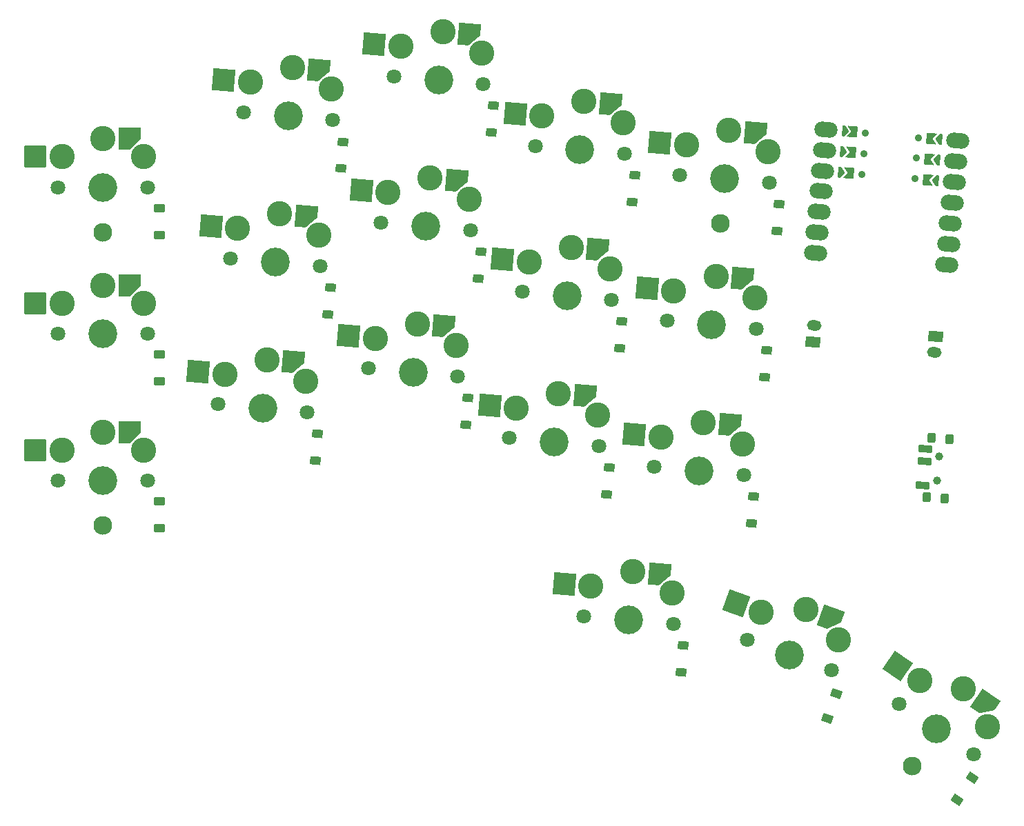
<source format=gbr>
%TF.GenerationSoftware,KiCad,Pcbnew,8.0.6*%
%TF.CreationDate,2024-11-20T19:49:45-07:00*%
%TF.ProjectId,board,626f6172-642e-46b6-9963-61645f706362,v1.0.0*%
%TF.SameCoordinates,Original*%
%TF.FileFunction,Soldermask,Top*%
%TF.FilePolarity,Negative*%
%FSLAX46Y46*%
G04 Gerber Fmt 4.6, Leading zero omitted, Abs format (unit mm)*
G04 Created by KiCad (PCBNEW 8.0.6) date 2024-11-20 19:49:45*
%MOMM*%
%LPD*%
G01*
G04 APERTURE LIST*
G04 Aperture macros list*
%AMRoundRect*
0 Rectangle with rounded corners*
0 $1 Rounding radius*
0 $2 $3 $4 $5 $6 $7 $8 $9 X,Y pos of 4 corners*
0 Add a 4 corners polygon primitive as box body*
4,1,4,$2,$3,$4,$5,$6,$7,$8,$9,$2,$3,0*
0 Add four circle primitives for the rounded corners*
1,1,$1+$1,$2,$3*
1,1,$1+$1,$4,$5*
1,1,$1+$1,$6,$7*
1,1,$1+$1,$8,$9*
0 Add four rect primitives between the rounded corners*
20,1,$1+$1,$2,$3,$4,$5,0*
20,1,$1+$1,$4,$5,$6,$7,0*
20,1,$1+$1,$6,$7,$8,$9,0*
20,1,$1+$1,$8,$9,$2,$3,0*%
%AMHorizOval*
0 Thick line with rounded ends*
0 $1 width*
0 $2 $3 position (X,Y) of the first rounded end (center of the circle)*
0 $4 $5 position (X,Y) of the second rounded end (center of the circle)*
0 Add line between two ends*
20,1,$1,$2,$3,$4,$5,0*
0 Add two circle primitives to create the rounded ends*
1,1,$1,$2,$3*
1,1,$1,$4,$5*%
%AMFreePoly0*
4,1,14,1.335355,1.335355,1.350000,1.300000,1.350000,0.000000,1.335355,-0.035355,0.035355,-1.335355,0.000000,-1.350000,-1.300000,-1.350000,-1.335355,-1.335355,-1.350000,-1.300000,-1.350000,1.300000,-1.335355,1.335355,-1.300000,1.350000,1.300000,1.350000,1.335355,1.335355,1.335355,1.335355,$1*%
%AMFreePoly1*
4,1,16,0.535355,0.660355,0.550000,0.625000,0.550000,-0.625000,0.535355,-0.660355,0.500000,-0.675000,-0.650000,-0.675000,-0.685355,-0.660355,-0.700000,-0.625000,-0.689043,-0.593765,-0.214031,0.000000,-0.689043,0.593765,-0.699694,0.630522,-0.681235,0.664043,-0.650000,0.675000,0.499999,0.675000,0.535355,0.660355,0.535355,0.660355,$1*%
%AMFreePoly2*
4,1,16,-0.214645,0.660355,-0.210957,0.656235,0.289043,0.031235,0.299694,-0.005522,0.289043,-0.031235,-0.210957,-0.656235,-0.244478,-0.674694,-0.250000,-0.675000,-0.499999,-0.675000,-0.535355,-0.660355,-0.550000,-0.625000,-0.550000,0.625000,-0.535355,0.660355,-0.500000,0.675000,-0.250000,0.675000,-0.214645,0.660355,-0.214645,0.660355,$1*%
G04 Aperture macros list end*
%ADD10C,0.900000*%
%ADD11RoundRect,0.050000X0.600000X-0.450000X0.600000X0.450000X-0.600000X0.450000X-0.600000X-0.450000X0*%
%ADD12C,1.801800*%
%ADD13C,3.100000*%
%ADD14C,3.529000*%
%ADD15FreePoly0,355.000000*%
%ADD16RoundRect,0.050000X-1.408356X-1.181751X1.181751X-1.408356X1.408356X1.181751X-1.181751X1.408356X0*%
%ADD17RoundRect,0.050000X0.558497X-0.500581X0.636937X0.395994X-0.558497X0.500581X-0.636937X-0.395994X0*%
%ADD18RoundRect,0.050000X0.794472X-0.671799X0.899059X0.523634X-0.794472X0.671799X-0.899059X-0.523634X0*%
%ADD19HorizOval,1.300000X-0.249049X0.021789X0.249049X-0.021789X0*%
%ADD20FreePoly0,340.500000*%
%ADD21RoundRect,0.050000X-1.659383X-0.791485X0.791485X-1.659383X1.659383X0.791485X-0.791485X1.659383X0*%
%ADD22RoundRect,0.050000X-0.794472X0.671799X-0.899059X-0.523634X0.794472X-0.671799X0.899059X0.523634X0*%
%ADD23RoundRect,0.050000X0.415372X-0.624473X0.715798X0.223905X-0.415372X0.624473X-0.715798X-0.223905X0*%
%ADD24C,2.300000*%
%ADD25FreePoly1,175.000000*%
%ADD26HorizOval,1.900000X0.473192X-0.041399X-0.473192X0.041399X0*%
%ADD27HorizOval,1.900000X-0.473192X0.041399X0.473192X-0.041399X0*%
%ADD28FreePoly1,355.000000*%
%ADD29FreePoly2,355.000000*%
%ADD30FreePoly2,175.000000*%
%ADD31C,1.000000*%
%ADD32RoundRect,0.102000X0.716642X-0.414035X0.777651X0.283301X-0.716642X0.414035X-0.777651X-0.283301X0*%
%ADD33RoundRect,0.102000X0.354900X-0.532960X0.442056X0.463235X-0.354900X0.532960X-0.442056X-0.463235X0*%
%ADD34FreePoly0,326.000000*%
%ADD35RoundRect,0.050000X-1.804700X-0.350798X0.350798X-1.804700X1.804700X0.350798X-0.350798X1.804700X0*%
%ADD36FreePoly0,0.000000*%
%ADD37RoundRect,0.050000X-1.300000X-1.300000X1.300000X-1.300000X1.300000X1.300000X-1.300000X1.300000X0*%
%ADD38RoundRect,0.050000X0.245786X-0.708583X0.749059X0.037551X-0.245786X0.708583X-0.749059X-0.037551X0*%
G04 APERTURE END LIST*
D10*
%TO.C,D2*%
X6975552Y12156658D03*
D11*
X6975552Y12156658D03*
D10*
X6975552Y15456658D03*
D11*
X6975552Y15456658D03*
%TD*%
D12*
%TO.C,S12*%
X53044685Y41090395D03*
D13*
X53869617Y44782547D03*
X59042333Y46538396D03*
D14*
X58523756Y40611038D03*
D13*
X63831567Y43910989D03*
D12*
X64002827Y40131681D03*
D15*
X62304870Y46252961D03*
D16*
X50607079Y45067982D03*
%TD*%
D10*
%TO.C,D12*%
X64963483Y34181973D03*
D17*
X64963483Y34181973D03*
D10*
X65251097Y37469415D03*
D17*
X65251097Y37469415D03*
%TD*%
D12*
%TO.C,S9*%
X35723270Y49632561D03*
D13*
X36548202Y53324713D03*
X41720918Y55080562D03*
D14*
X41202341Y49153204D03*
D13*
X46510152Y52453155D03*
D12*
X46681412Y48673847D03*
D15*
X44983455Y54795127D03*
D16*
X33285664Y53610148D03*
%TD*%
D10*
%TO.C,D10*%
X61825876Y-1681037D03*
D17*
X61825876Y-1681037D03*
D10*
X62113490Y1606405D03*
D17*
X62113490Y1606405D03*
%TD*%
D12*
%TO.C,S5*%
X15700028Y27292692D03*
D13*
X16524960Y30984844D03*
X21697676Y32740693D03*
D14*
X21179099Y26813335D03*
D13*
X26486910Y30113286D03*
D12*
X26658170Y26333978D03*
D15*
X24960213Y32455258D03*
D16*
X13262422Y31270279D03*
%TD*%
D18*
%TO.C,JST1*%
X87077423Y17032699D03*
D19*
X87251735Y19025089D03*
%TD*%
D10*
%TO.C,D5*%
X27618826Y20384269D03*
D17*
X27618826Y20384269D03*
D10*
X27906440Y23671711D03*
D17*
X27906440Y23671711D03*
%TD*%
D12*
%TO.C,S17*%
X79061581Y-19579092D03*
D13*
X80784677Y-16211090D03*
X86232260Y-15806313D03*
D14*
X84246109Y-21415030D03*
D13*
X90211092Y-19549159D03*
D12*
X89430637Y-23250968D03*
D20*
X89319411Y-16899531D03*
D21*
X77697526Y-15117873D03*
%TD*%
D10*
%TO.C,D4*%
X26050023Y2452765D03*
D17*
X26050023Y2452765D03*
D10*
X26337637Y5740207D03*
D17*
X26337637Y5740207D03*
%TD*%
D12*
%TO.C,S8*%
X34154467Y31701057D03*
D13*
X34979399Y35393209D03*
X40152115Y37149058D03*
D14*
X39633538Y31221700D03*
D13*
X44941349Y34521651D03*
D12*
X45112609Y30742343D03*
D15*
X43414652Y36863623D03*
D16*
X31716861Y35678644D03*
%TD*%
D22*
%TO.C,JST2*%
X102194656Y17717753D03*
D19*
X102020344Y15725363D03*
%TD*%
D12*
%TO.C,S15*%
X70801878Y37529202D03*
D13*
X71626810Y41221354D03*
X76799526Y42977203D03*
D14*
X76280949Y37049845D03*
D13*
X81588760Y40349796D03*
D12*
X81760020Y36570488D03*
D15*
X80062063Y42691768D03*
D16*
X68364272Y41506789D03*
%TD*%
D10*
%TO.C,D17*%
X88871007Y-29251693D03*
D23*
X88871007Y-29251693D03*
D10*
X89972569Y-26140977D03*
D23*
X89972569Y-26140977D03*
%TD*%
D12*
%TO.C,S14*%
X69233074Y19597698D03*
D13*
X70058006Y23289850D03*
X75230722Y25045699D03*
D14*
X74712145Y19118341D03*
D13*
X80019956Y22418292D03*
D12*
X80191216Y18638984D03*
D15*
X78493259Y24760264D03*
D16*
X66795468Y23575285D03*
%TD*%
D24*
%TO.C,H4*%
X0Y30500000D03*
%TD*%
D12*
%TO.C,S4*%
X14131225Y9361187D03*
D13*
X14956157Y13053339D03*
X20128873Y14809188D03*
D14*
X19610296Y8881830D03*
D13*
X24918107Y12181781D03*
D12*
X25089367Y8402473D03*
D15*
X23391410Y14523753D03*
D16*
X11693619Y13338774D03*
%TD*%
D10*
%TO.C,D6*%
X29187629Y38315774D03*
D17*
X29187629Y38315774D03*
D10*
X29475243Y41603216D03*
D17*
X29475243Y41603216D03*
%TD*%
D12*
%TO.C,S7*%
X32585664Y13769552D03*
D13*
X33410596Y17461704D03*
X38583312Y19217553D03*
D14*
X38064735Y13290195D03*
D13*
X43372546Y16590146D03*
D12*
X43543806Y12810838D03*
D15*
X41845849Y18932118D03*
D16*
X30148058Y17747139D03*
%TD*%
D10*
%TO.C,D14*%
X81151872Y12689275D03*
D17*
X81151872Y12689275D03*
D10*
X81439486Y15976717D03*
D17*
X81439486Y15976717D03*
%TD*%
D12*
%TO.C,S6*%
X17268831Y45224197D03*
D13*
X18093763Y48916349D03*
X23266479Y50672198D03*
D14*
X22747902Y44744840D03*
D13*
X28055713Y48044791D03*
D12*
X28226973Y44265483D03*
D15*
X26529016Y50386763D03*
D16*
X14831225Y49201784D03*
%TD*%
D10*
%TO.C,U1*%
X93575805Y42683939D03*
D25*
X101582221Y41983468D03*
D10*
X93354429Y40153604D03*
D25*
X101360846Y39453133D03*
D10*
X93133050Y37623270D03*
D25*
X101139470Y36922799D03*
D26*
X88097069Y35514159D03*
X87875694Y32983824D03*
X87654318Y30453490D03*
X87432943Y27923155D03*
D27*
X103561334Y26512104D03*
X103782709Y29042438D03*
X104004085Y31572773D03*
X104225461Y34103107D03*
D28*
X91625811Y37755136D03*
D10*
X99632228Y37054666D03*
D28*
X91847184Y40285471D03*
D10*
X99853603Y39585000D03*
D28*
X92068562Y42815805D03*
D10*
X100074979Y42115335D03*
D26*
X88761196Y43105162D03*
D29*
X91226778Y42889452D03*
D26*
X88539821Y40574828D03*
D29*
X91005402Y40359117D03*
D26*
X88318445Y38044493D03*
D29*
X90784026Y37828783D03*
D30*
X101981255Y36849152D03*
D27*
X104446836Y36633442D03*
D30*
X102202630Y39379487D03*
D27*
X104668212Y39163776D03*
D30*
X102424006Y41909821D03*
D27*
X104889587Y41694111D03*
%TD*%
D10*
%TO.C,D15*%
X82720676Y30620780D03*
D17*
X82720676Y30620780D03*
D10*
X83008290Y33908222D03*
D17*
X83008290Y33908222D03*
%TD*%
D31*
%TO.C,S20*%
X102369266Y5708D03*
X102630734Y2994292D03*
D32*
X100560559Y-588916D03*
X100822026Y2399669D03*
X100952760Y3893961D03*
D33*
X101086067Y-2040239D03*
X101722304Y5231982D03*
X103277696Y-2231982D03*
X103913933Y5040239D03*
%TD*%
D10*
%TO.C,D16*%
X70953747Y-23559839D03*
D17*
X70953747Y-23559839D03*
D10*
X71241361Y-20272397D03*
D17*
X71241361Y-20272397D03*
%TD*%
D10*
%TO.C,D8*%
X46073265Y24792634D03*
D17*
X46073265Y24792634D03*
D10*
X46360879Y28080076D03*
D17*
X46360879Y28080076D03*
%TD*%
D12*
%TO.C,S18*%
X97717286Y-27427782D03*
D13*
X100228779Y-24598488D03*
X105604191Y-25570569D03*
D14*
X102276993Y-30503343D03*
D13*
X108519154Y-30190417D03*
D12*
X106836700Y-33578904D03*
D34*
X108319289Y-27401926D03*
D35*
X97513680Y-22767131D03*
%TD*%
D12*
%TO.C,S13*%
X67664271Y1666193D03*
D13*
X68489203Y5358345D03*
X73661919Y7114194D03*
D14*
X73143342Y1186836D03*
D13*
X78451153Y4486787D03*
D12*
X78622413Y707479D03*
D15*
X76924456Y6828759D03*
D16*
X65226665Y5643780D03*
%TD*%
D12*
%TO.C,S3*%
X-5500000Y36000000D03*
D13*
X-5000000Y39750000D03*
X0Y41950000D03*
D14*
X0Y36000000D03*
D13*
X5000000Y39750000D03*
D12*
X5500000Y36000000D03*
D36*
X3275000Y41950000D03*
D37*
X-8275000Y39750000D03*
%TD*%
D24*
%TO.C,H2*%
X75801592Y31570775D03*
%TD*%
D10*
%TO.C,D13*%
X79583069Y-5242229D03*
D17*
X79583069Y-5242229D03*
D10*
X79870683Y-1954787D03*
D17*
X79870683Y-1954787D03*
%TD*%
D12*
%TO.C,S11*%
X51475881Y23158890D03*
D13*
X52300813Y26851042D03*
X57473529Y28606891D03*
D14*
X56954952Y22679533D03*
D13*
X62262763Y25979484D03*
D12*
X62434023Y22200176D03*
D15*
X60736066Y28321456D03*
D16*
X49038275Y27136477D03*
%TD*%
D10*
%TO.C,D3*%
X6975552Y30156658D03*
D11*
X6975552Y30156658D03*
D10*
X6975552Y33456658D03*
D11*
X6975552Y33456658D03*
%TD*%
D10*
%TO.C,D18*%
X104792432Y-39248372D03*
D38*
X104792432Y-39248372D03*
D10*
X106637768Y-36512548D03*
D38*
X106637768Y-36512548D03*
%TD*%
D10*
%TO.C,D11*%
X63394679Y16250468D03*
D17*
X63394679Y16250468D03*
D10*
X63682293Y19537910D03*
D17*
X63682293Y19537910D03*
%TD*%
D12*
%TO.C,S10*%
X49907078Y5227386D03*
D13*
X50732010Y8919538D03*
X55904726Y10675387D03*
D14*
X55386149Y4748029D03*
D13*
X60693960Y8047980D03*
D12*
X60865220Y4268672D03*
D15*
X59167263Y10389952D03*
D16*
X47469472Y9204973D03*
%TD*%
D12*
%TO.C,S1*%
X-5500000Y0D03*
D13*
X-5000000Y3750000D03*
X0Y5950000D03*
D14*
X0Y0D03*
D13*
X5000000Y3750000D03*
D12*
X5500000Y0D03*
D36*
X3275000Y5950000D03*
D37*
X-8275000Y3750000D03*
%TD*%
D10*
%TO.C,D9*%
X47642068Y42724139D03*
D17*
X47642068Y42724139D03*
D10*
X47929682Y46011581D03*
D17*
X47929682Y46011581D03*
%TD*%
D12*
%TO.C,S2*%
X-5500000Y18000000D03*
D13*
X-5000000Y21750000D03*
X0Y23950000D03*
D14*
X0Y18000000D03*
D13*
X5000000Y21750000D03*
D12*
X5500000Y18000000D03*
D36*
X3275000Y23950000D03*
D37*
X-8275000Y21750000D03*
%TD*%
D10*
%TO.C,D1*%
X6975552Y-5843342D03*
D11*
X6975552Y-5843342D03*
D10*
X6975552Y-2543342D03*
D11*
X6975552Y-2543342D03*
%TD*%
D10*
%TO.C,D7*%
X44504462Y6861130D03*
D17*
X44504462Y6861130D03*
D10*
X44792076Y10148572D03*
D17*
X44792076Y10148572D03*
%TD*%
D12*
%TO.C,S16*%
X59034949Y-16651416D03*
D13*
X59859881Y-12959264D03*
X65032597Y-11203415D03*
D14*
X64514020Y-17130773D03*
D13*
X69821831Y-13830822D03*
D12*
X69993091Y-17610130D03*
D15*
X68295134Y-11488850D03*
D16*
X56597343Y-12673829D03*
%TD*%
D24*
%TO.C,H1*%
X99291432Y-35063050D03*
%TD*%
%TO.C,H3*%
X0Y-5500000D03*
%TD*%
D31*
%TO.C,S19*%
X102630733Y2994292D03*
X102369267Y5708D03*
%TD*%
M02*

</source>
